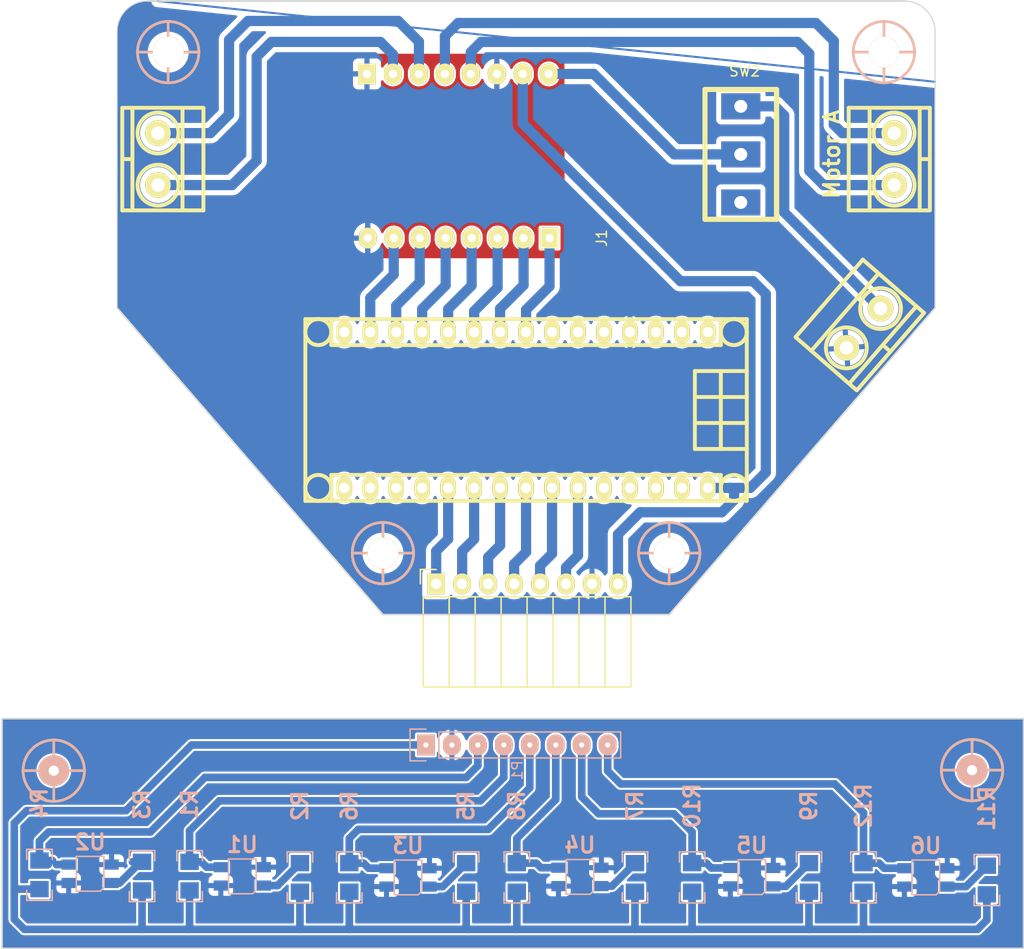
<source format=kicad_pcb>
(kicad_pcb (version 20221018) (generator pcbnew)
  (layers (0 "F.Cu" signal) (31 "B.Cu" signal) (34 "B.Paste" user) (35 "F.Paste" user) (36 "B.SilkS" user "B.Silkscreen") (37 "F.SilkS" user "F.Silkscreen") (38 "B.Mask" user) (39 "F.Mask" user) (44 "Edge.Cuts" user))
  (net 0 "")
  (net 4 "Earth")
  (net 7 "/ON{slash}OFF Button")
  (net 8 "/PWMB")
  (net 9 "/BI2")
  (net 10 "/BI1")
  (net 11 "/STBY")
  (net 12 "/AI1")
  (net 13 "/AI2")
  (net 14 "/PWMA")
  (net 20 "/QR_6")
  (net 21 "/QR_5")
  (net 22 "/QR_4")
  (net 23 "/QR_3")
  (net 24 "/QR_2")
  (net 25 "/QR_1")
  (net 30 "+5V")
  (net 31 "+7.5V")
  (net 32 "/AO2")
  (net 33 "/AO1")
  (net 34 "/BO1")
  (net 35 "/BO2")
  (net 36 "Net-(SW2-A)")
  (footprint "EESTN5:hole_3mm" (layer "F.Cu") (at 92 123 90)
    (fp_text reference "H2" hide)
    (fp_text value "Mounting_Hole" hide)
    (pad "1" thru_hole circle (at 0 0 90) (size 3 3) (drill 3) (layers "*.Cu" "F.SilkS"))
  )
  (footprint "EESTN5:Pin_Header_Angled_1x08" (layer "F.Cu") (at 120.3306 125.1312 90)
    (fp_text reference "J3" hide)
    (fp_text value "HEADER_8" hide)
    (pad "1" thru_hole rect (at 0 -8.89 90) (size 2.032 1.75) (drill 0.8) (layers "*.Cu" "*.Mask" "F.SilkS") (net 4 "Earth"))
    (pad "2" thru_hole oval (at 0 -6.35 90) (size 2.032 1.75) (drill 0.8) (layers "*.Cu" "*.Mask" "F.SilkS") (net 34 "/BO1"))
    (pad "3" thru_hole oval (at 0 -3.81 90) (size 2.032 1.75) (drill 0.8) (layers "*.Cu" "*.Mask" "F.SilkS") (net 35 "/BO2"))
    (pad "4" thru_hole oval (at 0 -1.27 90) (size 2.032 1.75) (drill 0.8) (layers "*.Cu" "*.Mask" "F.SilkS") (net 32 "/AO2"))
    (pad "5" thru_hole oval (at 0 1.27 90) (size 2.032 1.75) (drill 0.8) (layers "*.Cu" "*.Mask" "F.SilkS") (net 33 "/AO1"))
    (pad "6" thru_hole oval (at 0 3.81 90) (size 2.032 1.75) (drill 0.8) (layers "*.Cu" "*.Mask" "F.SilkS") (net 4 "Earth"))
    (pad "7" thru_hole oval (at 0 6.35 90) (size 2.032 1.75) (drill 0.8) (layers "*.Cu" "*.Mask" "F.SilkS") (net 30 "+5V"))
    (pad "8" thru_hole oval (at 0 8.89 90) (size 2.032 1.75) (drill 0.8) (layers "*.Cu" "*.Mask" "F.SilkS") (net 31 "+7.5V"))
  )
  (footprint "EESTN5:BORNERA2_AZUL" (layer "F.Cu") (at 163 133.46 90)
    (fp_text reference "J5" hide)
    (fp_text value "Motor A" (at 0.46 -6.096 90) (layer "F.SilkS") (effects (font (size 1.5 1.5) (thickness 0.3))))
    (pad "1" thru_hole circle (at -2.54 0 90) (size 2.5 2.5) (drill 1.3) (layers "*.Cu" "*.Mask" "F.SilkS") (net 33 "/AO1"))
    (pad "2" thru_hole circle (at 2.54 0 90) (size 2.5 2.5) (drill 1.3) (layers "*.Cu" "*.Mask" "F.SilkS") (net 32 "/AO2"))
  )
  (footprint "EESTN5:hole_3mm" (layer "F.Cu") (at 141 172 90)
    (fp_text reference "H3" hide)
    (fp_text value "Mounting_Hole" hide)
    (pad "1" thru_hole circle (at 0 0 90) (size 3 3) (drill 3) (layers "*.Cu" "F.SilkS"))
  )
  (footprint "EESTN5:Pin_Header_Angled_1x08" (layer "F.Cu") (at 120.4068 141.184 -90)
    (fp_text reference "J1" (at 0 -13.99 90) (layer "F.SilkS"))
    (fp_text value "HEADER_8")
    (pad "1" thru_hole rect (at 0 -8.89 270) (size 2.032 1.75) (drill 0.8) (layers "*.Cu" "*.Mask" "F.SilkS") (net 14 "/PWMA"))
    (pad "2" thru_hole oval (at 0 -6.35 270) (size 2.032 1.75) (drill 0.8) (layers "*.Cu" "*.Mask" "F.SilkS") (net 13 "/AI2"))
    (pad "3" thru_hole oval (at 0 -3.81 270) (size 2.032 1.75) (drill 0.8) (layers "*.Cu" "*.Mask" "F.SilkS") (net 12 "/AI1"))
    (pad "4" thru_hole oval (at 0 -1.27 270) (size 2.032 1.75) (drill 0.8) (layers "*.Cu" "*.Mask" "F.SilkS") (net 11 "/STBY"))
    (pad "5" thru_hole oval (at 0 1.27 270) (size 2.032 1.75) (drill 0.8) (layers "*.Cu" "*.Mask" "F.SilkS") (net 10 "/BI1"))
    (pad "6" thru_hole oval (at 0 3.81 270) (size 2.032 1.75) (drill 0.8) (layers "*.Cu" "*.Mask" "F.SilkS") (net 9 "/BI2"))
    (pad "7" thru_hole oval (at 0 6.35 270) (size 2.032 1.75) (drill 0.8) (layers "*.Cu" "*.Mask" "F.SilkS") (net 8 "/PWMB"))
    (pad "8" thru_hole oval (at 0 8.89 270) (size 2.032 1.75) (drill 0.8) (layers "*.Cu" "*.Mask" "F.SilkS") (net 4 "Earth"))
  )
  (footprint "EESTN5:SW_SPDT_TH_Vertical" (layer "F.Cu") (at 148 133)
    (fp_text reference "SW2" (at 0.381 -8.128) (layer "F.SilkS"))
    (fp_text value "SW_SPDT" hide)
    (pad "1" thru_hole rect (at 0 -4.7) (size 3.81 2.54) (drill 1.27) (layers "*.Cu" "*.Mask") (net 36 "Net-(SW2-A)"))
    (pad "2" thru_hole rect (at 0 0) (size 3.81 2.54) (drill 1.27) (layers "*.Cu" "*.Mask") (net 31 "+7.5V"))
    (pad "3" thru_hole rect (at 0 4.7) (size 3.81 2.54) (drill 1.27) (layers "*.Cu" "*.Mask"))
  )
  (footprint "EESTN5:BORNERA2_AZUL" (layer "F.Cu") (at 91 133.46 -90)
    (fp_text reference "J6" hide)
    (fp_text value "Motor B" hide)
    (pad "1" thru_hole circle (at -2.54 0 270) (size 2.5 2.5) (drill 1.3) (layers "*.Cu" "*.Mask" "F.SilkS") (net 35 "/BO2"))
    (pad "2" thru_hole circle (at 2.54 0 270) (size 2.5 2.5) (drill 1.3) (layers "*.Cu" "*.Mask" "F.SilkS") (net 34 "/BO1"))
  )
  (footprint "EESTN5:BORNERA2_AZUL" (layer "F.Cu") (at 160 150 49)
    (fp_text reference "J2" hide)
    (fp_text value "Alimentacion  +5v" hide)
    (pad "1" thru_hole circle (at -2.54 0 49) (size 2.5 2.5) (drill 1.3) (layers "*.Cu" "*.Mask" "F.SilkS") (net 4 "Earth"))
    (pad "2" thru_hole circle (at 2.54 0 49) (size 2.5 2.5) (drill 1.3) (layers "*.Cu" "*.Mask" "F.SilkS") (net 36 "Net-(SW2-A)"))
  )
  (footprint "EESTN5:hole_3mm" (layer "F.Cu") (at 113 172 90)
    (fp_text reference "H4" hide)
    (fp_text value "Mounting_Hole" hide)
    (pad "1" thru_hole circle (at 0 0 90) (size 3 3) (drill 3) (layers "*.Cu" "F.SilkS"))
  )
  (footprint "EESTN5:hole_3mm" (layer "F.Cu") (at 162 123 90)
    (fp_text reference "H1" hide)
    (fp_text value "Mounting_Hole" hide)
    (pad "1" thru_hole circle (at 0 0 90) (size 3 3) (drill 3) (layers "*.Cu" "F.SilkS"))
  )
  (footprint "EESTN5:Socket_Strip_Angled_1x08" (layer "F.Cu") (at 118.21 175)
    (fp_text reference "P1" hide)
    (fp_text value "Modulo_QRE113" hide)
    (pad "1" thru_hole rect (at 0 0) (size 1.7272 2.032) (drill 1.016) (layers "*.Cu" "*.Mask" "F.SilkS") (net 20 "/QR_6"))
    (pad "2" thru_hole oval (at 2.54 0) (size 1.7272 2.032) (drill 1.016) (layers "*.Cu" "*.Mask" "F.SilkS") (net 21 "/QR_5"))
    (pad "3" thru_hole oval (at 5.08 0) (size 1.7272 2.032) (drill 1.016) (layers "*.Cu" "*.Mask" "F.SilkS") (net 22 "/QR_4"))
    (pad "4" thru_hole oval (at 7.62 0) (size 1.7272 2.032) (drill 1.016) (layers "*.Cu" "*.Mask" "F.SilkS") (net 23 "/QR_3"))
    (pad "5" thru_hole oval (at 10.16 0) (size 1.7272 2.032) (drill 1.016) (layers "*.Cu" "*.Mask" "F.SilkS") (net 24 "/QR_2"))
    (pad "6" thru_hole oval (at 12.7 0) (size 1.7272 2.032) (drill 1.016) (layers "*.Cu" "*.Mask" "F.SilkS") (net 25 "/QR_1"))
    (pad "7" thru_hole oval (at 15.24 0) (size 1.7272 2.032) (drill 1.016) (layers "*.Cu" "*.Mask" "F.SilkS") (net 4 "Earth"))
    (pad "8" thru_hole oval (at 17.78 0) (size 1.7272 2.032) (drill 1.016) (layers "*.Cu" "*.Mask" "F.SilkS") (net 30 "+5V"))
  )
  (footprint "EESTN5:arduino_nano_header" (layer "F.Cu") (at 127 158 180)
    (fp_text reference "J1" hide)
    (fp_text value "Arduino_Nano_Header" hide)
    (pad "1" thru_hole oval (at -17.78 7.62 180) (size 1.524 2.19964) (drill 1.00076) (layers "*.Cu" "*.Mask" "F.SilkS"))
    (pad "2" thru_hole oval (at -15.24 7.62 180) (size 1.524 2.19964) (drill 1.00076) (layers "*.Cu" "*.Mask" "F.SilkS"))
    (pad "3" thru_hole oval (at -12.7 7.62 180) (size 1.524 2.19964) (drill 1.00076) (layers "*.Cu" "*.Mask" "F.SilkS"))
    (pad "4" thru_hole oval (at -10.16 7.62 180) (size 1.524 2.19964) (drill 1.00076) (layers "*.Cu" "*.Mask" "F.SilkS") (net 4 "Earth"))
    (pad "5" thru_hole oval (at -7.62 7.62 180) (size 1.524 2.19964) (drill 1.00076) (layers "*.Cu" "*.Mask" "F.SilkS"))
    (pad "6" thru_hole oval (at -5.08 7.62 180) (size 1.524 2.19964) (drill 1.00076) (layers "*.Cu" "*.Mask" "F.SilkS"))
    (pad "7" thru_hole oval (at -2.54 7.62 180) (size 1.524 2.19964) (drill 1.00076) (layers "*.Cu" "*.Mask" "F.SilkS") (net 7 "/ON{slash}OFF Button"))
    (pad "8" thru_hole oval (at 0 7.62 180) (size 1.524 2.19964) (drill 1.00076) (layers "*.Cu" "*.Mask" "F.SilkS") (net 14 "/PWMA"))
    (pad "9" thru_hole oval (at 2.54 7.62 180) (size 1.524 2.19964) (drill 1.00076) (layers "*.Cu" "*.Mask" "F.SilkS") (net 13 "/AI2"))
    (pad "10" thru_hole oval (at 5.08 7.62 180) (size 1.524 2.19964) (drill 1.00076) (layers "*.Cu" "*.Mask" "F.SilkS") (net 12 "/AI1"))
    (pad "11" thru_hole oval (at 7.62 7.62 180) (size 1.524 2.19964) (drill 1.00076) (layers "*.Cu" "*.Mask" "F.SilkS") (net 11 "/STBY"))
    (pad "12" thru_hole oval (at 10.16 7.62 180) (size 1.524 2.19964) (drill 1.00076) (layers "*.Cu" "*.Mask" "F.SilkS") (net 10 "/BI1"))
    (pad "13" thru_hole oval (at 12.7 7.62 180) (size 1.524 2.19964) (drill 1.00076) (layers "*.Cu" "*.Mask" "F.SilkS") (net 9 "/BI2"))
    (pad "14" thru_hole oval (at 15.24 7.62 180) (size 1.524 2.19964) (drill 1.00076) (layers "*.Cu" "*.Mask" "F.SilkS") (net 8 "/PWMB"))
    (pad "15" thru_hole oval (at 17.78 7.62 180) (size 1.524 2.19964) (drill 1.00076) (layers "*.Cu" "*.Mask" "F.SilkS"))
    (pad "16" thru_hole oval (at 17.78 -7.62 180) (size 1.524 2.19964) (drill 1.00076) (layers "*.Cu" "*.Mask" "F.SilkS"))
    (pad "17" thru_hole oval (at 15.24 -7.62 180) (size 1.524 2.19964) (drill 1.00076) (layers "*.Cu" "*.Mask" "F.SilkS"))
    (pad "18" thru_hole oval (at 12.7 -7.62 180) (size 1.524 2.19964) (drill 1.00076) (layers "*.Cu" "*.Mask" "F.SilkS"))
    (pad "19" thru_hole oval (at 10.16 -7.62 180) (size 1.524 2.19964) (drill 1.00076) (layers "*.Cu" "*.Mask" "F.SilkS"))
    (pad "20" thru_hole oval (at 7.62 -7.62 180) (size 1.524 2.1971) (drill 1.00076) (layers "*.Cu" "*.Mask" "F.SilkS") (net 20 "/QR_6"))
    (pad "21" thru_hole oval (at 5.08 -7.62 180) (size 1.524 2.1971) (drill 1.00076) (layers "*.Cu" "*.Mask" "F.SilkS") (net 21 "/QR_5"))
    (pad "22" thru_hole oval (at 2.54 -7.62 180) (size 1.524 2.1971) (drill 1.00076) (layers "*.Cu" "*.Mask" "F.SilkS") (net 22 "/QR_4"))
    (pad "23" thru_hole oval (at 0 -7.62 180) (size 1.524 2.1971) (drill 1.00076) (layers "*.Cu" "*.Mask" "F.SilkS") (net 23 "/QR_3"))
    (pad "24" thru_hole oval (at -2.54 -7.62 180) (size 1.524 2.1971) (drill 0.99822) (layers "*.Cu" "*.Mask" "F.SilkS") (net 24 "/QR_2"))
    (pad "25" thru_hole oval (at -5.08 -7.62 180) (size 1.524 2.1971) (drill 0.99822) (layers "*.Cu" "*.Mask" "F.SilkS") (net 25 "/QR_1"))
    (pad "26" thru_hole oval (at -7.62 -7.62 180) (size 1.524 2.1971) (drill 0.99822) (layers "*.Cu" "*.Mask" "F.SilkS"))
    (pad "27" thru_hole oval (at -10.16 -7.62 180) (size 1.524 2.1971) (drill 0.99822) (layers "*.Cu" "*.Mask" "F.SilkS"))
    (pad "28" thru_hole oval (at -12.7 -7.62 180) (size 1.524 2.1971) (drill 0.99822) (layers "*.Cu" "*.Mask" "F.SilkS"))
    (pad "29" thru_hole oval (at -15.24 -7.62 180) (size 1.524 2.1971) (drill 0.99822) (layers "*.Cu" "*.Mask" "F.SilkS"))
    (pad "30" thru_hole oval (at -17.78 -7.62 180) (size 1.524 2.1971) (drill 0.99822) (layers "*.Cu" "*.Mask" "F.SilkS") (net 30 "+5V"))
  )
  (footprint "EESTN5:R_1206" (layer "B.Cu") (at 137.6516 203.7158 -90)
    (fp_text reference "R7" (at -7 0 90) (layer "B.SilkS") (effects (font (size 1.5 1.5) (thickness 0.3)) (justify mirror)))
    (fp_text value "100" hide)
    (pad "1" smd rect (at 1.397 0 270) (size 1.6002 1.8034) (layers "B.Cu" "B.Paste" "B.Mask") (net 30 "+5V"))
    (pad "2" smd rect (at -1.397 0 270) (size 1.6002 1.8034) (layers "B.Cu" "B.Paste" "B.Mask"))
  )
  (footprint "EESTN5:R_1206" (layer "B.Cu") (at 109.7116 203.7158 -90)
    (fp_text reference "R6" (at -7 0 90) (layer "B.SilkS") (effects (font (size 1.5 1.5) (thickness 0.3)) (justify mirror)))
    (fp_text value "1k" hide)
    (pad "1" smd rect (at 1.397 0 270) (size 1.6002 1.8034) (layers "B.Cu" "B.Paste" "B.Mask") (net 30 "+5V"))
    (pad "2" smd rect (at -1.397 0 270) (size 1.6002 1.8034) (layers "B.Cu" "B.Paste" "B.Mask") (net 23 "/QR_3"))
  )
  (footprint "EESTN5:QRE1113GR" (layer "B.Cu") (at 115.452 203.7158)
    (fp_text reference "U3" (at 0 -3.1) (layer "B.SilkS") (effects (font (size 1.5 1.5) (thickness 0.3)) (justify mirror)))
    (fp_text value "QRE1113" hide)
    (pad "1" smd rect (at 2.1 0.9) (size 1.4 1) (layers "B.Cu" "B.Paste" "B.Mask"))
    (pad "2" smd rect (at -2.1 0.9) (size 1.4 1) (layers "B.Cu" "B.Paste" "B.Mask") (net 4 "Earth"))
    (pad "3" smd rect (at -2.1 -0.9) (size 1.4 1) (layers "B.Cu" "B.Paste" "B.Mask") (net 23 "/QR_3"))
    (pad "4" smd rect (at 2.1 -0.9) (size 1.4 1) (layers "B.Cu" "B.Paste" "B.Mask") (net 4 "Earth"))
  )
  (footprint "EESTN5:R_1206" (layer "B.Cu") (at 143.2396 203.7158 -90)
    (fp_text reference "R10" (at -7 0 90) (layer "B.SilkS") (effects (font (size 1.5 1.5) (thickness 0.3)) (justify mirror)))
    (fp_text value "1k" hide)
    (pad "1" smd rect (at 1.397 0 270) (size 1.6002 1.8034) (layers "B.Cu" "B.Paste" "B.Mask") (net 30 "+5V"))
    (pad "2" smd rect (at -1.397 0 270) (size 1.6002 1.8034) (layers "B.Cu" "B.Paste" "B.Mask") (net 21 "/QR_5"))
  )
  (footprint "EESTN5:hole_3mm" (layer "B.Cu") (at 80.8064 193.2764)
    (fp_text reference "H2" hide)
    (fp_text value "Mounting_Hole" hide)
    (pad "1" thru_hole circle (at 0 0) (size 3 3) (drill 1) (layers "*.Cu" "B.SilkS"))
  )
  (footprint "EESTN5:Pin_Header_Straight_1x08" (layer "B.Cu") (at 117.2046 190.7618 -90)
    (fp_text reference "P1" (at 2.4892 -8.9408 90) (layer "B.SilkS") (effects (justify mirror)))
    (fp_text value "Modulo Qre113")
    (pad "1" thru_hole rect (at 0 0 270) (size 2.032 1.7272) (drill 0.5) (layers "*.Cu" "*.Mask" "B.SilkS") (net 30 "+5V"))
    (pad "2" thru_hole oval (at 0 -2.54 270) (size 2.032 1.7272) (drill 0.5) (layers "*.Cu" "*.Mask" "B.SilkS") (net 4 "Earth"))
    (pad "3" thru_hole oval (at 0 -5.08 270) (size 2.032 1.7272) (drill 0.5) (layers "*.Cu" "*.Mask" "B.SilkS") (net 25 "/QR_1"))
    (pad "4" thru_hole oval (at 0 -7.62 270) (size 2.032 1.7272) (drill 0.5) (layers "*.Cu" "*.Mask" "B.SilkS") (net 24 "/QR_2"))
    (pad "5" thru_hole oval (at 0 -10.16 270) (size 2.032 1.7272) (drill 0.5) (layers "*.Cu" "*.Mask" "B.SilkS") (net 23 "/QR_3"))
    (pad "6" thru_hole oval (at 0 -12.7 270) (size 2.032 1.7272) (drill 0.5) (layers "*.Cu" "*.Mask" "B.SilkS") (net 22 "/QR_4"))
    (pad "7" thru_hole oval (at 0 -15.24 270) (size 2.032 1.7272) (drill 0.5) (layers "*.Cu" "*.Mask" "B.SilkS") (net 21 "/QR_5"))
    (pad "8" thru_hole oval (at 0 -17.78 270) (size 2.032 1.7272) (drill 0.5) (layers "*.Cu" "*.Mask" "B.SilkS") (net 20 "/QR_6"))
  )
  (footprint "EESTN5:R_1206" (layer "B.Cu") (at 104.8856 203.7158 -90)
    (fp_text reference "R2" (at -7 0 90) (layer "B.SilkS") (effects (font (size 1.5 1.5) (thickness 0.3)) (justify mirror)))
    (fp_text value "100" hide)
    (pad "1" smd rect (at 1.397 0 270) (size 1.6002 1.8034) (layers "B.Cu" "B.Paste" "B.Mask") (net 30 "+5V"))
    (pad "2" smd rect (at -1.397 0 270) (size 1.6002 1.8034) (layers "B.Cu" "B.Paste" "B.Mask"))
  )
  (footprint "EESTN5:QRE1113GR" (layer "B.Cu") (at 99.2468 203.6142)
    (fp_text reference "U1" (at 0 -3.1) (layer "B.SilkS") (effects (font (size 1.5 1.5) (thickness 0.3)) (justify mirror)))
    (fp_text value "QRE1113" hide)
    (pad "1" smd rect (at 2.1 0.9) (size 1.4 1) (layers "B.Cu" "B.Paste" "B.Mask"))
    (pad "2" smd rect (at -2.1 0.9) (size 1.4 1) (layers "B.Cu" "B.Paste" "B.Mask") (net 4 "Earth"))
    (pad "3" smd rect (at -2.1 -0.9) (size 1.4 1) (layers "B.Cu" "B.Paste" "B.Mask") (net 24 "/QR_2"))
    (pad "4" smd rect (at 2.1 -0.9) (size 1.4 1) (layers "B.Cu" "B.Paste" "B.Mask") (net 4 "Earth"))
  )
  (footprint "EESTN5:hole_3mm" (layer "B.Cu") (at 170.6208 193.2256)
    (fp_text reference "H1" hide)
    (fp_text value "Mounting_Hole" hide)
    (pad "1" thru_hole circle (at 0 0) (size 3 3) (drill 1) (layers "*.Cu" "B.SilkS"))
  )
  (footprint "EESTN5:QRE1113GR" (layer "B.Cu") (at 84.3624 203.3602)
    (fp_text reference "U2" (at 0 -3.1) (layer "B.SilkS") (effects (font (size 1.5 1.5) (thickness 0.3)) (justify mirror)))
    (fp_text value "QRE1113" hide)
    (pad "1" smd rect (at 2.1 0.9) (size 1.4 1) (layers "B.Cu" "B.Paste" "B.Mask"))
    (pad "2" smd rect (at -2.1 0.9) (size 1.4 1) (layers "B.Cu" "B.Paste" "B.Mask") (net 4 "Earth"))
    (pad "3" smd rect (at -2.1 -0.9) (size 1.4 1) (layers "B.Cu" "B.Paste" "B.Mask") (net 25 "/QR_1"))
    (pad "4" smd rect (at 2.1 -0.9) (size 1.4 1) (layers "B.Cu" "B.Paste" "B.Mask") (net 4 "Earth"))
  )
  (footprint "EESTN5:R_1206" (layer "B.Cu") (at 160.0036 203.7158 -90)
    (fp_text reference "R12" (at -7 0 90) (layer "B.SilkS") (effects (font (size 1.5 1.5) (thickness 0.3)) (justify mirror)))
    (fp_text value "1k" hide)
    (pad "1" smd rect (at 1.397 0 270) (size 1.6002 1.8034) (layers "B.Cu" "B.Paste" "B.Mask") (net 30 "+5V"))
    (pad "2" smd rect (at -1.397 0 270) (size 1.6002 1.8034) (layers "B.Cu" "B.Paste" "B.Mask") (net 20 "/QR_6"))
  )
  (footprint "EESTN5:R_1206" (layer "B.Cu") (at 94.0906 203.5888 -90)
    (fp_text reference "R1" (at -7 0 90) (layer "B.SilkS") (effects (font (size 1.5 1.5) (thickness 0.3)) (justify mirror)))
    (fp_text value "1k" hide)
    (pad "1" smd rect (at 1.397 0 270) (size 1.6002 1.8034) (layers "B.Cu" "B.Paste" "B.Mask") (net 30 "+5V"))
    (pad "2" smd rect (at -1.397 0 270) (size 1.6002 1.8034) (layers "B.Cu" "B.Paste" "B.Mask") (net 24 "/QR_2"))
  )
  (footprint "EESTN5:R_1206" (layer "B.Cu") (at 126.0946 203.7158 -90)
    (fp_text reference "R8" (at -7 0 90) (layer "B.SilkS") (effects (font (size 1.5 1.5) (thickness 0.3)) (justify mirror)))
    (fp_text value "1k" hide)
    (pad "1" smd rect (at 1.397 0 270) (size 1.6002 1.8034) (layers "B.Cu" "B.Paste" "B.Mask") (net 30 "+5V"))
    (pad "2" smd rect (at -1.397 0 270) (size 1.6002 1.8034) (layers "B.Cu" "B.Paste" "B.Mask") (net 22 "/QR_4"))
  )
  (footprint "EESTN5:R_1206" (layer "B.Cu") (at 79.4094 203.4618 -90)
    (fp_text reference "R4" (at -7 0 90) (layer "B.SilkS") (effects (font (size 1.5 1.5) (thickness 0.3)) (justify mirror)))
    (fp_text value "1k" hide)
    (pad "1" smd rect (at 1.397 0 270) (size 1.6002 1.8034) (layers "B.Cu" "B.Paste" "B.Mask") (net 30 "+5V"))
    (pad "2" smd rect (at -1.397 0 270) (size 1.6002 1.8034) (layers "B.Cu" "B.Paste" "B.Mask") (net 25 "/QR_1"))
  )
  (footprint "EESTN5:QRE1113GR" (layer "B.Cu") (at 149.0816 203.6904)
    (fp_text reference "U5" (at 0 -3.1) (layer "B.SilkS") (effects (font (size 1.5 1.5) (thickness 0.3)) (justify mirror)))
    (fp_text value "QRE1113" hide)
    (pad "1" smd rect (at 2.1 0.9) (size 1.4 1) (layers "B.Cu" "B.Paste" "B.Mask"))
    (pad "2" smd rect (at -2.1 0.9) (size 1.4 1) (layers "B.Cu" "B.Paste" "B.Mask") (net 4 "Earth"))
    (pad "3" smd rect (at -2.1 -0.9) (size 1.4 1) (layers "B.Cu" "B.Paste" "B.Mask") (net 21 "/QR_5"))
    (pad "4" smd rect (at 2.1 -0.9) (size 1.4 1) (layers "B.Cu" "B.Paste" "B.Mask") (net 4 "Earth"))
  )
  (footprint "EESTN5:R_1206" (layer "B.Cu") (at 121.1416 203.7158 -90)
    (fp_text reference "R5" (at -7 0 90) (layer "B.SilkS") (effects (font (size 1.5 1.5) (thickness 0.3)) (justify mirror)))
    (fp_text value "100" hide)
    (pad "1" smd rect (at 1.397 0 270) (size 1.6002 1.8034) (layers "B.Cu" "B.Paste" "B.Mask") (net 30 "+5V"))
    (pad "2" smd rect (at -1.397 0 270) (size 1.6002 1.8034) (layers "B.Cu" "B.Paste" "B.Mask"))
  )
  (footprint "EESTN5:R_1206" (layer "B.Cu") (at 89.4424 203.5888 -90)
    (fp_text reference "R3" (at -7 0 90) (layer "B.SilkS") (effects (font (size 1.5 1.5) (thickness 0.3)) (justify mirror)))
    (fp_text value "100" hide)
    (pad "1" smd rect (at 1.397 0 270) (size 1.6002 1.8034) (layers "B.Cu" "B.Paste" "B.Mask") (net 30 "+5V"))
    (pad "2" smd rect (at -1.397 0 270) (size 1.6002 1.8034) (layers "B.Cu" "B.Paste" "B.Mask"))
  )
  (footprint "EESTN5:QRE1113GR" (layer "B.Cu") (at 132.2668 203.665)
    (fp_text reference "U4" (at 0 -3.1) (layer "B.SilkS") (effects (font (size 1.5 1.5) (thickness 0.3)) (justify mirror)))
    (fp_text value "QRE1113" hide)
    (pad "1" smd rect (at 2.1 0.9) (size 1.4 1) (layers "B.Cu" "B.Paste" "B.Mask"))
    (pad "2" smd rect (at -2.1 0.9) (size 1.4 1) (layers "B.Cu" "B.Paste" "B.Mask") (net 4 "Earth"))
    (pad "3" smd rect (at -2.1 -0.9) (size 1.4 1) (layers "B.Cu" "B.Paste" "B.Mask") (net 22 "/QR_4"))
    (pad "4" smd rect (at 2.1 -0.9) (size 1.4 1) (layers "B.Cu" "B.Paste" "B.Mask") (net 4 "Earth"))
  )
  (footprint "EESTN5:R_1206" (layer "B.Cu") (at 154.6696 203.7158 -90)
    (fp_text reference "R9" (at -7 0 90) (layer "B.SilkS") (effects (font (size 1.5 1.5) (thickness 0.3)) (justify mirror)))
    (fp_text value "100" hide)
    (pad "1" smd rect (at 1.397 0 270) (size 1.6002 1.8034) (layers "B.Cu" "B.Paste" "B.Mask") (net 30 "+5V"))
    (pad "2" smd rect (at -1.397 0 270) (size 1.6002 1.8034) (layers "B.Cu" "B.Paste" "B.Mask"))
  )
  (footprint "EESTN5:QRE1113GR" (layer "B.Cu") (at 166.0996 203.7158)
    (fp_text reference "U6" (at 0 -3.1) (layer "B.SilkS") (effects (font (size 1.5 1.5) (thickness 0.3)) (justify mirror)))
    (fp_text value "QRE1113" hide)
    (pad "1" smd rect (at 2.1 0.9) (size 1.4 1) (layers "B.Cu" "B.Paste" "B.Mask"))
    (pad "2" smd rect (at -2.1 0.9) (size 1.4 1) (layers "B.Cu" "B.Paste" "B.Mask") (net 4 "Earth"))
    (pad "3" smd rect (at -2.1 -0.9) (size 1.4 1) (layers "B.Cu" "B.Paste" "B.Mask") (net 20 "/QR_6"))
    (pad "4" smd rect (at 2.1 -0.9) (size 1.4 1) (layers "B.Cu" "B.Paste" "B.Mask") (net 4 "Earth"))
  )
  (footprint "EESTN5:R_1206" (layer "B.Cu") (at 172.0686 203.9698 -90)
    (fp_text reference "R11" (at -7 0 90) (layer "B.SilkS") (effects (font (size 1.5 1.5) (thickness 0.3)) (justify mirror)))
    (fp_text value "100" hide)
    (pad "1" smd rect (at 1.397 0 270) (size 1.6002 1.8034) (layers "B.Cu" "B.Paste" "B.Mask") (net 30 "+5V"))
    (pad "2" smd rect (at -1.397 0 270) (size 1.6002 1.8034) (layers "B.Cu" "B.Paste" "B.Mask"))
  )
  (gr_line (start 167 125.9) (end 90.95 118) (stroke (width 0.2)) (layer "B.Cu"))
  (gr_line (start 87 148) (end 87 121) (stroke (width 0.1)) (layer "Edge.Cuts"))
  (gr_rect (start 175.65 188.1964) (end 75.7518 210.65) (stroke (width 0.15)) (fill none) (layer "Edge.Cuts"))
  (gr_arc (start 87 121) (mid 87.87868 118.87868) (end 90 118) (stroke (width 0.1)) (layer "Edge.Cuts"))
  (gr_line (start 167 148) (end 141 178) (stroke (width 0.15)) (layer "Edge.Cuts"))
  (gr_arc (start 164 118) (mid 166.12132 118.87868) (end 167 121) (stroke (width 0.1)) (layer "Edge.Cuts"))
  (gr_line (start 167 148) (end 167 121) (stroke (width 0.1)) (layer "Edge.Cuts"))
  (gr_line (start 141 178) (end 113 178) (stroke (width 0.15)) (layer "Edge.Cuts"))
  (gr_line (start 87 148) (end 113 178) (stroke (width 0.15)) (layer "Edge.Cuts"))
  (gr_line (start 164 118) (end 90 118) (stroke (width 0.15)) (layer "Edge.Cuts"))
  (segment (start 170.0256 204.6158) (end 172.0686 202.5728) (width 0.75) (layer "B.Cu") (net 0))
  (segment (start 168.1996 204.6158) (end 170.0256 204.6158) (width 0.75) (layer "B.Cu") (net 0))
  (segment (start 101.3468 204.5142) (end 102.6902 204.5142) (width 0.75) (layer "B.Cu") (net 0))
  (segment (start 87.247 204.2602) (end 89.3154 202.1918) (width 0.75) (layer "B.Cu") (net 0))
  (segment (start 117.552 204.6158) (end 118.8446 204.6158) (width 0.75) (layer "B.Cu") (net 0))
  (segment (start 86.4624 204.2602) (end 87.247 204.2602) (width 0.75) (layer "B.Cu") (net 0))
  (segment (start 134.3668 204.565) (end 135.4054 204.565) (width 0.75) (layer "B.Cu") (net 0))
  (segment (start 102.6902 204.5142) (end 104.8856 202.3188) (width 0.75) (layer "B.Cu") (net 0))
  (segment (start 118.8446 204.6158) (end 121.1416 202.3188) (width 0.75) (layer "B.Cu") (net 0))
  (segment (start 152.398 204.5904) (end 154.6696 202.3188) (width 0.75) (layer "B.Cu") (net 0))
  (segment (start 151.1816 204.5904) (end 152.398 204.5904) (width 0.75) (layer "B.Cu") (net 0))
  (segment (start 135.4054 204.565) (end 137.6516 202.3188) (width 0.75) (layer "B.Cu") (net 0))
  (segment (start 88.5026 202.1918) (end 88.6296 202.1918) (width 0.75) (layer "B.Cu") (net 0))
  (segment (start 114.0568 144.7432) (end 114.0568 141.184) (width 1) (layer "B.Cu") (net 8))
  (segment (start 111.76 147.04) (end 114.0568 144.7432) (width 1) (layer "B.Cu") (net 8))
  (segment (start 111.76 150.38) (end 111.76 147.04) (width 1) (layer "B.Cu") (net 8))
  (segment (start 116.18 140.7672) (end 116.5968 141.184) (width 0.25) (layer "F.Cu") (net 9))
  (segment (start 116.5968 145.5032) (end 116.5968 141.184) (width 1) (layer "B.Cu") (net 9))
  (segment (start 114.3 150.38) (end 114.3 147.8) (width 1) (layer "B.Cu") (net 9))
  (segment (start 114.3 147.8) (end 116.5968 145.5032) (width 1) (layer "B.Cu") (net 9))
  (segment (start 119.1368 145.8132) (end 119.1368 141.184) (width 1) (layer "B.Cu") (net 10))
  (segment (start 116.84 148.11) (end 119.1368 145.8132) (width 1) (layer "B.Cu") (net 10))
  (segment (start 116.84 150.38) (end 116.84 148.11) (width 1) (layer "B.Cu") (net 10))
  (segment (start 121.6768 141.1768) (end 121.6768 141.184) (width 0.25) (layer "F.Cu") (net 11))
  (segment (start 119.38 148.12) (end 121.6768 145.8232) (width 1) (layer "B.Cu") (net 11))
  (segment (start 119.38 150.38) (end 119.38 148.12) (width 1) (layer "B.Cu") (net 11))
  (segment (start 121.6768 145.8232) (end 121.6768 141.184) (width 1) (layer "B.Cu") (net 11))
  (segment (start 121.92 150.38) (end 121.92 148.33) (width 1) (layer "B.Cu") (net 12))
  (segment (start 124.2168 146.0332) (end 124.2168 141.184) (width 1) (layer "B.Cu") (net 12))
  (segment (start 121.92 148.33) (end 124.2168 146.0332) (width 1) (layer "B.Cu") (net 12))
  (segment (start 124.46 150.38) (end 124.46 148.09) (width 1) (layer "B.Cu") (net 13))
  (segment (start 126.7568 145.7932) (end 126.7568 141.184) (width 1) (layer "B.Cu") (net 13))
  (segment (start 124.46 148.09) (end 126.7568 145.7932) (width 1) (layer "B.Cu") (net 13))
  (segment (start 127 148.2) (end 129.2968 145.9032) (width 1) (layer "B.Cu") (net 14))
  (segment (start 127 150.38) (end 127 148.2) (width 1) (layer "B.Cu") (net 14))
  (segment (start 129.2968 145.9032) (end 129.2968 141.184) (width 1) (layer "B.Cu") (net 14))
  (segment (start 134.9846 193.3018) (end 134.9846 190.7618) (width 0.75) (layer "B.Cu") (net 20))
  (segment (start 160.0036 202.3188) (end 160.0036 197.3912) (width 0.75) (layer "B.Cu") (net 20))
  (segment (start 118.21 171.79) (end 119.38 170.62) (width 1) (layer "B.Cu") (net 20))
  (segment (start 160.0036 202.3188) (end 161.5276 202.3188) (width 0.75) (layer "B.Cu") (net 20))
  (segment (start 136.2546 194.5718) (end 134.9846 193.3018) (width 0.75) (layer "B.Cu") (net 20))
  (segment (start 157.1842 194.5718) (end 136.2546 194.5718) (width 0.75) (layer "B.Cu") (net 20))
  (segment (start 162.0246 202.8158) (end 163.9996 202.8158) (width 0.75) (layer "B.Cu") (net 20))
  (segment (start 118.21 175) (end 118.21 171.79) (width 1) (layer "B.Cu") (net 20))
  (segment (start 160.0036 197.3912) (end 157.1842 194.5718) (width 0.75) (layer "B.Cu") (net 20))
  (segment (start 161.5276 202.3188) (end 162.0246 202.8158) (width 0.75) (layer "B.Cu") (net 20))
  (segment (start 119.38 170.62) (end 119.38 165.62) (width 1) (layer "B.Cu") (net 20))
  (segment (start 120.75 171.8) (end 121.92 170.63) (width 1) (layer "B.Cu") (net 21))
  (segment (start 120.75 175) (end 120.75 171.8) (width 1) (layer "B.Cu") (net 21))
  (segment (start 144.6366 202.3188) (end 145.1082 202.7904) (width 0.75) (layer "B.Cu") (net 21))
  (segment (start 143.2396 202.3188) (end 143.2396 199.2708) (width 0.75) (layer "B.Cu") (net 21))
  (segment (start 145.1082 202.7904) (end 146.9816 202.7904) (width 0.75) (layer "B.Cu") (net 21))
  (segment (start 132.4446 195.8418) (end 132.4446 190.7618) (width 0.75) (layer "B.Cu") (net 21))
  (segment (start 134.0956 197.4928) (end 132.4446 195.8418) (width 0.75) (layer "B.Cu") (net 21))
  (segment (start 143.2396 202.3188) (end 144.6366 202.3188) (width 0.75) (layer "B.Cu") (net 21))
  (segment (start 141.4616 197.4928) (end 134.0956 197.4928) (width 0.75) (layer "B.Cu") (net 21))
  (segment (start 121.92 170.63) (end 121.92 165.62) (width 1) (layer "B.Cu") (net 21))
  (segment (start 143.2396 199.2708) (end 141.4616 197.4928) (width 0.75) (layer "B.Cu") (net 21))
  (segment (start 123.29 172.41) (end 124.46 171.24) (width 1) (layer "B.Cu") (net 22))
  (segment (start 123.29 175) (end 123.29 172.41) (width 1) (layer "B.Cu") (net 22))
  (segment (start 126.0946 202.3188) (end 127.9996 202.3188) (width 0.75) (layer "B.Cu") (net 22))
  (segment (start 129.9046 196.0958) (end 129.9046 190.7618) (width 0.75) (layer "B.Cu") (net 22))
  (segment (start 127.9996 202.3188) (end 128.4458 202.765) (width 0.75) (layer "B.Cu") (net 22))
  (segment (start 124.46 171.24) (end 124.46 165.62) (width 1) (layer "B.Cu") (net 22))
  (segment (start 126.0946 202.3188) (end 126.0946 199.9058) (width 0.75) (layer "B.Cu") (net 22))
  (segment (start 128.4458 202.765) (end 130.1668 202.765) (width 0.75) (layer "B.Cu") (net 22))
  (segment (start 126.0946 199.9058) (end 129.9046 196.0958) (width 0.75) (layer "B.Cu") (net 22))
  (segment (start 125.83 175) (end 125.83 173.07) (width 1) (layer "B.Cu") (net 23))
  (segment (start 127 171.9) (end 127 165.62) (width 1) (layer "B.Cu") (net 23))
  (segment (start 111.1086 202.3188) (end 111.6056 202.8158) (width 0.75) (layer "B.Cu") (net 23))
  (segment (start 110.6006 199.0168) (end 123.3006 199.0168) (width 0.75) (layer "B.Cu") (net 23))
  (segment (start 111.6056 202.8158) (end 113.352 202.8158) (width 0.75) (layer "B.Cu") (net 23))
  (segment (start 109.7116 199.9058) (end 110.6006 199.0168) (width 0.75) (layer "B.Cu") (net 23))
  (segment (start 125.83 173.07) (end 127 171.9) (width 1) (layer "B.Cu") (net 23))
  (segment (start 109.7116 202.3188) (end 109.7116 199.9058) (width 0.75) (layer "B.Cu") (net 23))
  (segment (start 127.3646 194.9528) (end 127.3646 190.7618) (width 0.75) (layer "B.Cu") (net 23))
  (segment (start 123.3006 199.0168) (end 127.3646 194.9528) (width 0.75) (layer "B.Cu") (net 23))
  (segment (start 109.7116 202.3188) (end 111.1086 202.3188) (width 0.75) (layer "B.Cu") (net 23))
  (segment (start 97.0116 196.2228) (end 122.5386 196.2228) (width 0.75) (layer "B.Cu") (net 24))
  (segment (start 124.8246 193.9368) (end 124.8246 190.7618) (width 0.75) (layer "B.Cu") (net 24))
  (segment (start 122.5386 196.2228) (end 124.8246 193.9368) (width 0.75) (layer "B.Cu") (net 24))
  (segment (start 128.37 175) (end 128.37 173.23) (width 1) (layer "B.Cu") (net 24))
  (segment (start 94.0906 202.1918) (end 94.0906 199.1438) (width 0.75) (layer "B.Cu") (net 24))
  (segment (start 95.756 202.7142) (end 97.1468 202.7142) (width 0.75) (layer "B.Cu") (net 24))
  (segment (start 95.2336 202.1918) (end 95.756 202.7142) (width 0.75) (layer "B.Cu") (net 24))
  (segment (start 129.54 172.06) (end 129.54 165.62) (width 1) (layer "B.Cu") (net 24))
  (segment (start 128.37 173.23) (end 129.54 172.06) (width 1) (layer "B.Cu") (net 24))
  (segment (start 94.0906 199.1438) (end 97.0116 196.2228) (width 0.75) (layer "B.Cu") (net 24))
  (segment (start 94.0906 202.1918) (end 95.2336 202.1918) (width 0.75) (layer "B.Cu") (net 24))
  (segment (start 130.91 173.39) (end 132.08 172.22) (width 1) (layer "B.Cu") (net 25))
  (segment (start 130.91 175) (end 130.91 173.39) (width 1) (layer "B.Cu") (net 25))
  (segment (start 95.5892 193.9368) (end 121.1416 193.9368) (width 0.75) (layer "B.Cu") (net 25))
  (segment (start 79.8666 202.0648) (end 80.262 202.4602) (width 0.75) (layer "B.Cu") (net 25))
  (segment (start 121.1416 193.9368) (end 122.2846 192.7938) (width 0.75) (layer "B.Cu") (net 25))
  (segment (start 79.4094 202.0648) (end 79.4094 200.1598) (width 0.75) (layer "B.Cu") (net 25))
  (segment (start 79.4094 200.1598) (end 80.2984 199.2708) (width 0.75) (layer "B.Cu") (net 25))
  (segment (start 79.4094 202.0648) (end 80.6794 202.0648) (width 0.75) (layer "B.Cu") (net 25))
  (segment (start 132.08 172.22) (end 132.08 165.62) (width 1) (layer "B.Cu") (net 25))
  (segment (start 81.0748 202.4602) (end 82.2624 202.4602) (width 0.75) (layer "B.Cu") (net 25))
  (segment (start 122.2846 192.7938) (end 122.2846 190.7618) (width 0.75) (layer "B.Cu") (net 25))
  (segment (start 80.2984 199.2708) (end 90.2552 199.2708) (width 0.75) (layer "B.Cu") (net 25))
  (segment (start 90.2552 199.2708) (end 95.5892 193.9368) (width 0.75) (layer "B.Cu") (net 25))
  (segment (start 76.9964 204.8588) (end 76.9456 204.808) (width 0.75) (layer "B.Cu") (net 30))
  (segment (start 93.9636 208.7958) (end 104.8856 208.7958) (width 0.75) (layer "B.Cu") (net 30))
  (segment (start 135.99 170.16) (end 138.15 168) (width 1) (layer "B.Cu") (net 30))
  (segment (start 172.0686 207.8814) (end 172.0686 205.3668) (width 0.75) (layer "B.Cu") (net 30))
  (segment (start 149.2 145.4) (end 150.45 146.65) (width 1) (layer "B.Cu") (net 30))
  (segment (start 171.1542 208.7958) (end 172.0686 207.8814) (width 0.75) (layer "B.Cu") (net 30))
  (segment (start 77.9362 208.7958) (end 76.9456 207.8052) (width 0.75) (layer "B.Cu") (net 30))
  (segment (start 147 165.62) (end 144.78 165.62) (width 1) (layer "B.Cu") (net 30))
  (segment (start 76.9456 207.8052) (end 76.9456 204.808) (width 0.75) (layer "B.Cu") (net 30))
  (segment (start 126.6806 129.9806) (end 142.1 145.4) (width 1) (layer "B.Cu") (net 30))
  (segment (start 94.0906 208.6688) (end 93.9636 208.7958) (width 0.75) (layer "B.Cu") (net 30))
  (segment (start 121.1416 208.6688) (end 121.2686 208.7958) (width 0.75) (layer "B.Cu") (net 30))
  (segment (start 94.2938 190.7618) (end 117.2046 190.7618) (width 0.75) (layer "B.Cu") (net 30))
  (segment (start 121.1416 205.1128) (end 121.1416 208.6688) (width 0.75) (layer "B.Cu") (net 30))
  (segment (start 89.4932 208.7958) (end 77.9362 208.7958) (width 0.75) (layer "B.Cu") (net 30))
  (segment (start 121.2686 208.7958) (end 126.0946 208.7958) (width 0.75) (layer "B.Cu") (net 30))
  (segment (start 89.4424 204.9858) (end 89.4424 208.745) (width 0.75) (layer "B.Cu") (net 30))
  (segment (start 154.6696 208.7958) (end 160.0036 208.7958) (width 0.75) (layer "B.Cu") (net 30))
  (segment (start 143.2396 205.1128) (end 143.2396 208.7958) (width 0.75) (layer "B.Cu") (net 30))
  (segment (start 126.0946 208.7958) (end 137.6516 208.7958) (width 0.75) (layer "B.Cu") (net 30))
  (segment (start 89.4424 208.745) (end 89.4932 208.7958) (width 0.75) (layer "B.Cu") (net 30))
  (segment (start 137.6516 208.7958) (end 143.2396 208.7958) (width 0.75) (layer "B.Cu") (net 30))
  (segment (start 148.93 165.62) (end 147 165.62) (width 1) (layer "B.Cu") (net 30))
  (segment (start 160.0036 208.7958) (end 171.1542 208.7958) (width 0.75) (layer "B.Cu") (net 30))
  (segment (start 109.7116 208.7958) (end 121.2686 208.7958) (width 0.75) (layer "B.Cu") (net 30))
  (segment (start 146.15 168) (end 147.35 166.8) (width 1) (layer "B.Cu") (net 30))
  (segment (start 143.2396 208.7958) (end 154.6696 208.7958) (width 0.75) (layer "B.Cu") (net 30))
  (segment (start 160.0036 205.1128) (end 160.0036 208.7958) (width 0.75) (layer "B.Cu") (net 30))
  (segment (start 76.9456 198.4072) (end 78.1648 197.188) (width 0.75) (layer "B.Cu") (net 30))
  (segment (start 78.1648 197.188) (end 87.8676 197.188) (width 0.75) (layer "B.Cu") (net 30))
  (segment (start 87.8676 197.188) (end 94.2938 190.7618) (width 0.75) (layer "B.Cu") (net 30))
  (segment (start 150.45 146.65) (end 150.45 164.1) (width 1) (layer "B.Cu") (net 30))
  (segment (start 104.8856 205.1128) (end 104.8856 208.7958) (width 0.75) (layer "B.Cu") (net 30))
  (segment (start 142.1 145.4) (end 149.2 145.4) (width 1) (layer "B.Cu") (net 30))
  (segment (start 126.6806 125.1312) (end 126.6806 129.9806) (width 1) (layer "B.Cu") (net 30))
  (segment (start 138.15 168) (end 146.15 168) (width 1) (layer "B.Cu") (net 30))
  (segment (start 147.35 165.97) (end 147 165.62) (width 1) (layer "B.Cu") (net 30))
  (segment (start 126.0946 205.1128) (end 126.0946 208.7958) (width 0.75) (layer "B.Cu") (net 30))
  (segment (start 76.9456 204.808) (end 76.9456 198.4072) (width 0.75) (layer "B.Cu") (net 30))
  (segment (start 137.6516 205.1128) (end 137.6516 208.7958) (width 0.75) (layer "B.Cu") (net 30))
  (segment (start 150.45 164.1) (end 148.93 165.62) (width 1) (layer "B.Cu") (net 30))
  (segment (start 147.35 166.8) (end 147.35 165.97) (width 1) (layer "B.Cu") (net 30))
  (segment (start 135.99 175) (end 135.99 170.16) (width 1) (layer "B.Cu") (net 30))
  (segment (start 89.4932 208.7958) (end 93.9636 208.7958) (width 0.75) (layer "B.Cu") (net 30))
  (segment (start 104.8856 208.7958) (end 109.7116 208.7958) (width 0.75) (layer "B.Cu") (net 30))
  (segment (start 154.6696 205.1128) (end 154.6696 208.7958) (width 0.75) (layer "B.Cu") (net 30))
  (segment (start 109.7116 205.1128) (end 109.7116 208.7958) (width 0.75) (layer "B.Cu") (net 30))
  (segment (start 94.0906 204.9858) (end 94.0906 208.6688) (width 0.75) (layer "B.Cu") (net 30))
  (segment (start 79.4094 204.8588) (end 76.9964 204.8588) (width 0.75) (layer "B.Cu") (net 30))
  (segment (start 148 133) (end 141.5 133) (width 1) (layer "B.Cu") (net 31))
  (segment (start 141.5 133) (end 133.6312 125.1312) (width 1) (layer "B.Cu") (net 31))
  (segment (start 133.6312 125.1312) (end 129.2206 125.1312) (width 1) (layer "B.Cu") (net 31))
  (segment (start 157.1 130.1) (end 157.92 130.92) (width 1) (layer "B.Cu") (net 32))
  (segment (start 155.35 120.15) (end 157.1 121.9) (width 1) (layer "B.Cu") (net 32))
  (segment (start 157.92 130.92) (end 163 130.92) (width 1) (layer "B.Cu") (net 32))
  (segment (start 120.35 120.15) (end 155.35 120.15) (width 1) (layer "B.Cu") (net 32))
  (segment (start 157.1 121.9) (end 157.1 130.1) (width 1) (layer "B.Cu") (net 32))
  (segment (start 119.0606 121.4394) (end 120.35 120.15) (width 1) (layer "B.Cu") (net 32))
  (segment (start 119.0606 125.1312) (end 119.0606 121.4394) (width 1) (layer "B.Cu") (net 32))
  (segment (start 153.55 122) (end 154.7 123.15) (width 1) (layer "B.Cu") (net 33))
  (segment (start 154.7 123.15) (end 154.7 134.6) (width 1) (layer "B.Cu") (net 33))
  (segment (start 121.6006 125.1312) (end 121.6006 122.9994) (width 1) (layer "B.Cu") (net 33))
  (segment (start 122.6 122) (end 153.55 122) (width 1) (layer "B.Cu") (net 33))
  (segment (start 156.1 136) (end 163 136) (width 1) (layer "B.Cu") (net 33))
  (segment (start 154.7 134.6) (end 156.1 136) (width 1) (layer "B.Cu") (net 33))
  (segment (start 121.6006 122.9994) (end 122.6 122) (width 1) (layer "B.Cu") (net 33))
  (segment (start 91 136) (end 98.25 136) (width 1) (layer "B.Cu") (net 34))
  (segment (start 100.65 133.6) (end 100.65 123.45) (width 1) (layer "B.Cu") (net 34))
  (segment (start 112.75 122) (end 113.9806 123.2306) (width 1) (layer "B.Cu") (net 34))
  (segment (start 100.65 123.45) (end 102.1 122) (width 1) (layer "B.Cu") (net 34))
  (segment (start 102.1 122) (end 112.75 122) (width 1) (layer "B.Cu") (net 34))
  (segment (start 98.25 136) (end 100.65 133.6) (width 1) (layer "B.Cu") (net 34))
  (segment (start 113.9806 123.2306) (end 113.9806 125.1312) (width 1) (layer "B.Cu") (net 34))
  (segment (start 116.5206 125.1312) (end 116.4952 125.1566) (width 1) (layer "F.Cu") (net 35))
  (segment (start 99.8 119.95) (end 97.95 121.8) (width 1) (layer "B.Cu") (net 35))
  (segment (start 116.5206 121.9706) (end 114.5 119.95) (width 1) (layer "B.Cu") (net 35))
  (segment (start 97.95 129.1) (end 96.13 130.92) (width 1) (layer "B.Cu") (net 35))
  (segment (start 96.13 130.92) (end 91 130.92) (width 1) (layer "B.Cu") (net 35))
  (segment (start 114.5 119.95) (end 99.8 119.95) (width 1) (layer "B.Cu") (net 35))
  (segment (start 116.5206 125.1312) (end 116.5206 121.9706) (width 1) (layer "B.Cu") (net 35))
  (segment (start 97.95 121.8) (end 97.95 129.1) (width 1) (layer "B.Cu") (net 35))
  (segment (start 152.25 129.2) (end 151.35 128.3) (width 1) (layer "B.Cu") (net 36))
  (segment (start 161.66639 148.083038) (end 152.25 138.666648) (width 1) (layer "B.Cu") (net 36))
  (segment (start 151.35 128.3) (end 148 128.3) (width 1) (layer "B.Cu") (net 36))
  (segment (start 152.25 138.666648) (end 152.25 129.2) (width 1) (layer "B.Cu") (net 36))
  (zone (net 4) (net_name "Earth") (layer "F.Cu") (connect_pads (clearance 0.2)) (min_thickness 0.25) (fill yes (thermal_gap 0.5) (thermal_bridge_width 0.5))
    (polygon (pts (xy 130.755 123.155) (xy 130.78 143.155) (xy 109.755 143.155) (xy 109.755 123.155)))
  )
  (zone (net 4) (net_name "Earth") (layer "B.Cu") (priority 2) (connect_pads (clearance 0.5)) (min_thickness 0.25) (fill yes (thermal_gap 0.5) (thermal_bridge_width 0.5))
    (polygon (pts (xy 163.15 118) (xy 164.3 118) (xy 164.65 118.05) (xy 165.2 118.25) (xy 165.75 118.55) (xy 166.25 119) (xy 166.6 119.5) (xy 166.85 119.95) (xy 167 120.65) (xy 167 147.95) (xy 141 177.95) (xy 113 178) (xy 87 148) (xy 87 120.85) (xy 87.05 120.35) (xy 87.1 120.05) (xy 87.3 119.75) (xy 87.45 119.45) (xy 87.7 119.1) (xy 87.95 118.85) (xy 88.45 118.45) (xy 88.85 118.25) (xy 89.25 118.1) (xy 89.8 118) (xy 90.95 118)))
  )
  (zone (net 4) (net_name "Earth") (layer "B.Cu") (connect_pads (clearance 0.2)) (min_thickness 0.25) (fill yes (thermal_gap 0.5) (thermal_bridge_width 0.5))
    (polygon (pts (xy 75.6756 210.4468) (xy 75.5486 188.0948) (xy 175.6246 188.2218) (xy 175.6246 210.5738) (xy 75.8026 210.5738)))
  )
)
</source>
